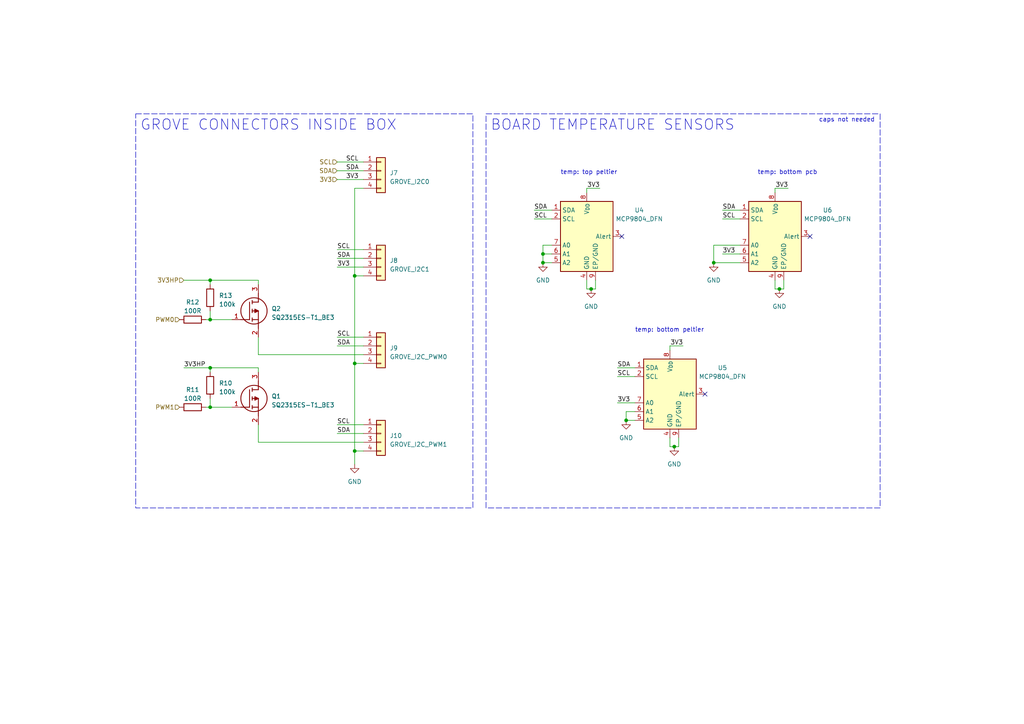
<source format=kicad_sch>
(kicad_sch (version 20230121) (generator eeschema)
  (paper "A4")
  (title_block (title "Payload 2023 CM4 Board") (date "2023-04-25") (rev "0.1WIP") (company "AGH Space Systems") (comment 1 "Filip Tomczyk") (comment 2 "SQ3TLE.DEV"))
  (lib_symbols
    (symbol "Connector_Generic:Conn_01x04" (pin_names (offset 1.016) hide)
      (property "Reference" "J" (at 0 5.08 0))
      (property "Value" "Conn_01x04" (at 0 -7.62 0))
      (symbol "Conn_01x04_1_1"
        (rectangle (start -1.27 -4.953) (end 0 -5.207) (stroke (width 0.1524)))
        (rectangle (start -1.27 -2.413) (end 0 -2.667) (stroke (width 0.1524)))
        (rectangle (start -1.27 0.127) (end 0 -0.127) (stroke (width 0.1524)))
        (rectangle (start -1.27 2.667) (end 0 2.413) (stroke (width 0.1524)))
        (rectangle (start -1.27 3.81) (end 1.27 -6.35) (stroke (width 0.254)) (fill (type background)))
        (pin passive line (at -5.08 2.54 0) (length 3.81) (name "Pin_1") (number "1"))
        (pin passive line (at -5.08 0 0) (length 3.81) (name "Pin_2") (number "2"))
        (pin passive line (at -5.08 -2.54 0) (length 3.81) (name "Pin_3") (number "3"))
        (pin passive line (at -5.08 -5.08 0) (length 3.81) (name "Pin_4") (number "4"))
      )
    )
    (symbol "Device:R" (pin_numbers hide) (pin_names (offset 0))
      (property "Reference" "R" (at 2.032 0 90))
      (property "Value" "R" (at 0 0 90))
      (symbol "R_0_1"
        (rectangle (start -1.016 -2.54) (end 1.016 2.54) (stroke (width 0.254)))
      )
      (symbol "R_1_1"
        (pin passive line (at 0 3.81 270) (length 1.27) (name "~") (number "1"))
        (pin passive line (at 0 -3.81 90) (length 1.27) (name "~") (number "2"))
      )
    )
    (symbol "LibLoader:SQ2315ES-T1_BE3" (pin_names hide)
      (property "Reference" "Q" (at 11.43 3.81 0))
      (property "Value" "SQ2315ES-T1_BE3" (at 11.43 1.27 0))
      (symbol "SQ2315ES-T1_BE3_1_1"
        (polyline (pts (xy 2.54 0) (xy 5.08 0)) (stroke (width 0.254)))
        (polyline (pts (xy 5.08 5.08) (xy 5.08 0)) (stroke (width 0.254)))
        (polyline (pts (xy 5.842 -0.508) (xy 5.842 0.508)) (stroke (width 0.254)))
        (polyline (pts (xy 5.842 0) (xy 7.62 0)) (stroke (width 0.254)))
        (polyline (pts (xy 5.842 2.032) (xy 5.842 3.048)) (stroke (width 0.254)))
        (polyline (pts (xy 5.842 5.588) (xy 5.842 4.572)) (stroke (width 0.254)))
        (polyline (pts (xy 7.62 2.54) (xy 5.842 2.54)) (stroke (width 0.254)))
        (polyline (pts (xy 7.62 2.54) (xy 7.62 -2.54)) (stroke (width 0.254)))
        (polyline (pts (xy 7.62 5.08) (xy 5.842 5.08)) (stroke (width 0.254)))
        (polyline (pts (xy 7.62 5.08) (xy 7.62 7.62)) (stroke (width 0.254)))
        (polyline (pts (xy 7.62 2.54) (xy 6.604 3.048) (xy 6.604 2.032) (xy 7.62 2.54)) (stroke (width 0.254)) (fill (type outline)))
        (circle (center 6.35 2.54) (radius 3.81) (stroke (width 0.254)))
        (pin passive line (at 0 0 0) (length 2.54) (name "G") (number "1"))
        (pin passive line (at 7.62 -5.08 90) (length 2.54) (name "S") (number "2"))
        (pin passive line (at 7.62 10.16 270) (length 2.54) (name "D") (number "3"))
      )
    )
    (symbol "Sensor_Temperature:MCP9804_DFN"
      (property "Reference" "U" (at -6.35 11.43 0))
      (property "Value" "MCP9804_DFN" (at 10.16 11.43 0))
      (symbol "MCP9804_DFN_0_1"
        (rectangle (start -7.62 10.16) (end 7.62 -10.16) (stroke (width 0.254)) (fill (type background)))
      )
      (symbol "MCP9804_DFN_1_1"
        (pin bidirectional line (at -10.16 7.62 0) (length 2.54) (name "SDA") (number "1"))
        (pin input line (at -10.16 5.08 0) (length 2.54) (name "SCL") (number "2"))
        (pin output line (at 10.16 0 180) (length 2.54) (name "Alert") (number "3"))
        (pin power_in line (at 0 -12.7 90) (length 2.54) (name "GND") (number "4"))
        (pin input line (at -10.16 -7.62 0) (length 2.54) (name "A2") (number "5"))
        (pin input line (at -10.16 -5.08 0) (length 2.54) (name "A1") (number "6"))
        (pin input line (at -10.16 -2.54 0) (length 2.54) (name "A0") (number "7"))
        (pin power_in line (at 0 12.7 270) (length 2.54) (name "V_{DD}") (number "8"))
        (pin power_in line (at 2.54 -12.7 90) (length 2.54) (name "EP/GND") (number "9"))
      )
    )
    (symbol "power:GND" (power) (pin_names (offset 0))
      (property "Value" "GND" (at 0 -3.81 0))
      (symbol "GND_0_1"
        (polyline (pts (xy 0 0) (xy 0 -1.27) (xy 1.27 -1.27) (xy 0 -2.54) (xy -1.27 -1.27) (xy 0 -1.27)))
      )
      (symbol "GND_1_1"
        (pin power_in line (at 0 0 270) (length 0) hide (name "GND") (number "1"))
      )
    )
  )
  (junction (at 60.96 81.28))
  (junction (at 195.58 129.54))
  (junction (at 102.87 105.41))
  (junction (at 60.96 118.11))
  (junction (at 226.06 83.82))
  (junction (at 60.96 106.68))
  (junction (at 102.87 80.01))
  (junction (at 207.01 76.2))
  (junction (at 102.87 130.81))
  (junction (at 157.48 73.66))
  (junction (at 181.61 121.92))
  (junction (at 157.48 76.2))
  (junction (at 171.45 83.82))
  (junction (at 60.96 92.71))
  (no_connect (at 234.95 68.58))
  (no_connect (at 204.47 114.3))
  (no_connect (at 180.34 68.58))
  (wire (pts (xy 74.93 123.19) (xy 74.93 128.27)))
  (wire (pts (xy 179.07 116.84) (xy 184.15 116.84)))
  (wire (pts (xy 157.48 73.66) (xy 157.48 76.2)))
  (wire (pts (xy 105.41 54.61) (xy 102.87 54.61)))
  (wire (pts (xy 97.79 74.93) (xy 105.41 74.93)))
  (wire (pts (xy 170.18 55.88) (xy 170.18 54.61)))
  (wire (pts (xy 97.79 52.07) (xy 105.41 52.07)))
  (wire (pts (xy 154.94 60.96) (xy 160.02 60.96)))
  (wire (pts (xy 157.48 71.12) (xy 157.48 73.66)))
  (wire (pts (xy 194.31 127) (xy 194.31 129.54)))
  (wire (pts (xy 97.79 125.73) (xy 105.41 125.73)))
  (wire (pts (xy 157.48 76.2) (xy 160.02 76.2)))
  (wire (pts (xy 102.87 134.62) (xy 102.87 130.81)))
  (wire (pts (xy 53.34 81.28) (xy 60.96 81.28)))
  (wire (pts (xy 97.79 97.79) (xy 105.41 97.79)))
  (wire (pts (xy 60.96 81.28) (xy 74.93 81.28)))
  (wire (pts (xy 181.61 119.38) (xy 181.61 121.92)))
  (wire (pts (xy 181.61 121.92) (xy 184.15 121.92)))
  (wire (pts (xy 171.45 83.82) (xy 172.72 83.82)))
  (wire (pts (xy 181.61 119.38) (xy 184.15 119.38)))
  (wire (pts (xy 194.31 100.33) (xy 198.12 100.33)))
  (wire (pts (xy 97.79 72.39) (xy 105.41 72.39)))
  (wire (pts (xy 209.55 73.66) (xy 214.63 73.66)))
  (wire (pts (xy 224.79 81.28) (xy 224.79 83.82)))
  (wire (pts (xy 74.93 128.27) (xy 105.41 128.27)))
  (wire (pts (xy 196.85 129.54) (xy 196.85 127)))
  (wire (pts (xy 60.96 82.55) (xy 60.96 81.28)))
  (wire (pts (xy 157.48 73.66) (xy 160.02 73.66)))
  (wire (pts (xy 60.96 118.11) (xy 67.31 118.11)))
  (wire (pts (xy 59.69 118.11) (xy 60.96 118.11)))
  (wire (pts (xy 179.07 109.22) (xy 184.15 109.22)))
  (wire (pts (xy 97.79 123.19) (xy 105.41 123.19)))
  (wire (pts (xy 194.31 101.6) (xy 194.31 100.33)))
  (wire (pts (xy 60.96 90.17) (xy 60.96 92.71)))
  (wire (pts (xy 53.34 106.68) (xy 60.96 106.68)))
  (wire (pts (xy 97.79 49.53) (xy 105.41 49.53)))
  (wire (pts (xy 102.87 130.81) (xy 105.41 130.81)))
  (wire (pts (xy 179.07 106.68) (xy 184.15 106.68)))
  (wire (pts (xy 74.93 106.68) (xy 74.93 107.95)))
  (wire (pts (xy 59.69 92.71) (xy 60.96 92.71)))
  (wire (pts (xy 97.79 77.47) (xy 105.41 77.47)))
  (wire (pts (xy 74.93 102.87) (xy 105.41 102.87)))
  (wire (pts (xy 102.87 80.01) (xy 102.87 105.41)))
  (wire (pts (xy 209.55 63.5) (xy 214.63 63.5)))
  (wire (pts (xy 170.18 81.28) (xy 170.18 83.82)))
  (wire (pts (xy 224.79 55.88) (xy 224.79 54.61)))
  (wire (pts (xy 102.87 105.41) (xy 105.41 105.41)))
  (wire (pts (xy 102.87 105.41) (xy 102.87 130.81)))
  (wire (pts (xy 194.31 129.54) (xy 195.58 129.54)))
  (wire (pts (xy 224.79 54.61) (xy 228.6 54.61)))
  (wire (pts (xy 207.01 71.12) (xy 207.01 76.2)))
  (wire (pts (xy 154.94 63.5) (xy 160.02 63.5)))
  (wire (pts (xy 74.93 97.79) (xy 74.93 102.87)))
  (wire (pts (xy 97.79 100.33) (xy 105.41 100.33)))
  (wire (pts (xy 195.58 129.54) (xy 196.85 129.54)))
  (wire (pts (xy 60.96 107.95) (xy 60.96 106.68)))
  (wire (pts (xy 224.79 83.82) (xy 226.06 83.82)))
  (wire (pts (xy 102.87 80.01) (xy 105.41 80.01)))
  (wire (pts (xy 207.01 76.2) (xy 214.63 76.2)))
  (wire (pts (xy 170.18 54.61) (xy 173.99 54.61)))
  (wire (pts (xy 102.87 54.61) (xy 102.87 80.01)))
  (wire (pts (xy 170.18 83.82) (xy 171.45 83.82)))
  (wire (pts (xy 209.55 60.96) (xy 214.63 60.96)))
  (wire (pts (xy 160.02 71.12) (xy 157.48 71.12)))
  (wire (pts (xy 60.96 92.71) (xy 67.31 92.71)))
  (wire (pts (xy 226.06 83.82) (xy 227.33 83.82)))
  (wire (pts (xy 60.96 115.57) (xy 60.96 118.11)))
  (wire (pts (xy 172.72 83.82) (xy 172.72 81.28)))
  (wire (pts (xy 207.01 71.12) (xy 214.63 71.12)))
  (wire (pts (xy 97.79 46.99) (xy 105.41 46.99)))
  (wire (pts (xy 74.93 81.28) (xy 74.93 82.55)))
  (wire (pts (xy 60.96 106.68) (xy 74.93 106.68)))
  (wire (pts (xy 227.33 83.82) (xy 227.33 81.28)))
  (rectangle (start 39.37 33.02) (end 137.16 147.32) (stroke (width 0) (type dash)))
  (rectangle (start 140.97 33.02) (end 255.27 147.32) (stroke (width 0) (type dash)))
  (text "temp: bottom pcb\n" (at 219.71 50.8 0) (effects (font (size 1.27 1.27)) (justify left bottom)))
  (text "temp: bottom peltier" (at 184.15 96.52 0) (effects (font (size 1.27 1.27)) (justify left bottom)))
  (text "GROVE CONNECTORS INSIDE BOX" (at 40.64 38.1 0) (effects (font (size 3 3)) (justify left bottom)))
  (text "BOARD TEMPERATURE SENSORS" (at 142.24 38.1 0) (effects (font (size 3 3)) (justify left bottom)))
  (text "caps not needed " (at 237.49 35.56 0) (effects (font (size 1.27 1.27)) (justify left bottom)))
  (text "temp: top peltier" (at 162.56 50.8 0) (effects (font (size 1.27 1.27)) (justify left bottom)))
  (label "SDA" (at 97.79 74.93 0))
  (label "SCL" (at 97.79 97.79 0))
  (label "3V3" (at 97.79 77.47 0))
  (label "3V3" (at 179.07 116.84 0))
  (label "SCL" (at 209.55 63.5 0))
  (label "3V3" (at 173.99 54.61 180))
  (label "SCL" (at 97.79 123.19 0))
  (label "3V3" (at 209.55 73.66 0))
  (label "3V3" (at 100.33 52.07 0))
  (label "3V3" (at 198.12 100.33 180))
  (label "3V3HP" (at 53.34 106.68 0))
  (label "SDA" (at 154.94 60.96 0))
  (label "SDA" (at 97.79 125.73 0))
  (label "SCL" (at 154.94 63.5 0))
  (label "SCL" (at 97.79 72.39 0))
  (label "SDA" (at 209.55 60.96 0))
  (label "SDA" (at 179.07 106.68 0))
  (label "SCL" (at 179.07 109.22 0))
  (label "SDA" (at 100.33 49.53 0))
  (label "SDA" (at 97.79 100.33 0))
  (label "3V3" (at 228.6 54.61 180))
  (label "SCL" (at 100.33 46.99 0))
  (hierarchical_label "SCL" (shape input) (at 97.79 46.99 180))
  (hierarchical_label "3V3" (shape input) (at 97.79 52.07 180))
  (hierarchical_label "3V3HP" (shape input) (at 53.34 81.28 180))
  (hierarchical_label "SDA" (shape input) (at 97.79 49.53 180))
  (hierarchical_label "PWM1" (shape input) (at 52.07 118.11 180))
  (hierarchical_label "PWM0" (shape input) (at 52.07 92.71 180))
  (symbol (lib_id "Device:R") (at 60.96 86.36 180) (unit 1)
    (property "Reference" "R13" (at 63.5 85.725 0) (effects (justify right)))
    (property "Value" "100k" (at 63.5 88.265 0) (effects (justify right)))
    (property "Footprint" "Capacitor_SMD:C_0402_1005Metric" (effects hide))
  )
  (symbol (lib_id "Connector_Generic:Conn_01x04") (at 110.49 49.53 0) (unit 1)
    (property "Reference" "J7" (at 113.03 50.165 0) (effects (justify left)))
    (property "Value" "GROVE_I2C0" (at 113.03 52.705 0) (effects (justify left)))
    (property "Footprint" "OPL_Connector:HW4-SMD-2.0" (effects hide))
  )
  (symbol (lib_id "power:GND") (at 171.45 83.82 0) (unit 1)
    (property "Reference" "#PWR023" (effects hide))
    (property "Value" "GND" (at 171.45 88.9 0))
  )
  (symbol (lib_id "Connector_Generic:Conn_01x04") (at 110.49 100.33 0) (unit 1)
    (property "Reference" "J9" (at 113.03 100.965 0) (effects (justify left)))
    (property "Value" "GROVE_I2C_PWM0" (at 113.03 103.505 0) (effects (justify left)))
    (property "Footprint" "OPL_Connector:HW4-SMD-2.0" (effects hide))
  )
  (symbol (lib_id "power:GND") (at 207.01 76.2 0) (unit 1)
    (property "Reference" "#PWR026" (effects hide))
    (property "Value" "GND" (at 207.01 81.28 0))
  )
  (symbol (lib_id "Device:R") (at 60.96 111.76 180) (unit 1)
    (property "Reference" "R10" (at 63.5 111.125 0) (effects (justify right)))
    (property "Value" "100k" (at 63.5 113.665 0) (effects (justify right)))
    (property "Footprint" "Capacitor_SMD:C_0402_1005Metric" (effects hide))
  )
  (symbol (lib_id "power:GND") (at 157.48 76.2 0) (unit 1)
    (property "Reference" "#PWR022" (effects hide))
    (property "Value" "GND" (at 157.48 81.28 0))
  )
  (symbol (lib_id "power:GND") (at 102.87 134.62 0) (unit 1)
    (property "Reference" "#PWR028" (effects hide))
    (property "Value" "GND" (at 102.87 139.7 0))
  )
  (symbol (lib_id "LibLoader:SQ2315ES-T1_BE3") (at 67.31 92.71 0) (unit 1)
    (property "Reference" "Q2" (at 78.74 89.535 0) (effects (justify left)))
    (property "Value" "SQ2315ES-T1_BE3" (at 78.74 92.075 0) (effects (justify left)))
    (property "Footprint" "SOT95P237X112-3N" (effects hide))
    (property "Height" "1.12" (effects hide))
    (property "Mouser Part Number" "78-SQ2315ES-T1_BE3" (effects hide))
    (property "Mouser Price/Stock" "https://www.mouser.co.uk/ProductDetail/Vishay-Siliconix/SQ2315ES-T1_BE3?qs=TiOZkKH1s2RTOcBqWhNNKA%3D%3D" (effects hide))
    (property "Manufacturer_Name" "Vishay" (effects hide))
    (property "Manufacturer_Part_Number" "SQ2315ES-T1_BE3" (effects hide))
  )
  (symbol (lib_id "power:GND") (at 181.61 121.92 0) (unit 1)
    (property "Reference" "#PWR024" (effects hide))
    (property "Value" "GND" (at 181.61 127 0))
  )
  (symbol (lib_id "power:GND") (at 226.06 83.82 0) (unit 1)
    (property "Reference" "#PWR027" (effects hide))
    (property "Value" "GND" (at 226.06 88.9 0))
  )
  (symbol (lib_id "Device:R") (at 55.88 118.11 270) (unit 1)
    (property "Reference" "R11" (at 55.88 113.03 90))
    (property "Value" "100R" (at 55.88 115.57 90))
    (property "Footprint" "Capacitor_SMD:C_0402_1005Metric" (effects hide))
  )
  (symbol (lib_id "Connector_Generic:Conn_01x04") (at 110.49 74.93 0) (unit 1)
    (property "Reference" "J8" (at 113.03 75.565 0) (effects (justify left)))
    (property "Value" "GROVE_I2C1" (at 113.03 78.105 0) (effects (justify left)))
    (property "Footprint" "OPL_Connector:HW4-SMD-2.0" (effects hide))
  )
  (symbol (lib_id "Sensor_Temperature:MCP9804_DFN") (at 170.18 68.58 0) (unit 1)
    (property "Reference" "U4" (at 185.42 60.96 0))
    (property "Value" "MCP9804_DFN" (at 185.42 63.5 0))
    (property "Footprint" "Package_DFN_QFN:DFN-8-1EP_3x2mm_P0.5mm_EP1.7x1.4mm" (effects hide))
    (property "Datasheet" "http://ww1.microchip.com/downloads/en/DeviceDoc/22203b.pdf" (effects hide))
  )
  (symbol (lib_id "power:GND") (at 195.58 129.54 0) (unit 1)
    (property "Reference" "#PWR025" (effects hide))
    (property "Value" "GND" (at 195.58 134.62 0))
  )
  (symbol (lib_id "Device:R") (at 55.88 92.71 270) (unit 1)
    (property "Reference" "R12" (at 55.88 87.63 90))
    (property "Value" "100R" (at 55.88 90.17 90))
    (property "Footprint" "Capacitor_SMD:C_0402_1005Metric" (effects hide))
  )
  (symbol (lib_id "Sensor_Temperature:MCP9804_DFN") (at 194.31 114.3 0) (unit 1)
    (property "Reference" "U5" (at 209.55 106.68 0))
    (property "Value" "MCP9804_DFN" (at 209.55 109.22 0))
    (property "Footprint" "Package_DFN_QFN:DFN-8-1EP_3x2mm_P0.5mm_EP1.7x1.4mm" (effects hide))
    (property "Datasheet" "http://ww1.microchip.com/downloads/en/DeviceDoc/22203b.pdf" (effects hide))
  )
  (symbol (lib_id "LibLoader:SQ2315ES-T1_BE3") (at 67.31 118.11 0) (unit 1)
    (property "Reference" "Q1" (at 78.74 114.935 0) (effects (justify left)))
    (property "Value" "SQ2315ES-T1_BE3" (at 78.74 117.475 0) (effects (justify left)))
    (property "Footprint" "SOT95P237X112-3N" (effects hide))
    (property "Height" "1.12" (effects hide))
    (property "Mouser Part Number" "78-SQ2315ES-T1_BE3" (effects hide))
    (property "Mouser Price/Stock" "https://www.mouser.co.uk/ProductDetail/Vishay-Siliconix/SQ2315ES-T1_BE3?qs=TiOZkKH1s2RTOcBqWhNNKA%3D%3D" (effects hide))
    (property "Manufacturer_Name" "Vishay" (effects hide))
    (property "Manufacturer_Part_Number" "SQ2315ES-T1_BE3" (effects hide))
  )
  (symbol (lib_id "Connector_Generic:Conn_01x04") (at 110.49 125.73 0) (unit 1)
    (property "Reference" "J10" (at 113.03 126.365 0) (effects (justify left)))
    (property "Value" "GROVE_I2C_PWM1" (at 113.03 128.905 0) (effects (justify left)))
    (property "Footprint" "OPL_Connector:HW4-SMD-2.0" (effects hide))
  )
  (symbol (lib_id "Sensor_Temperature:MCP9804_DFN") (at 224.79 68.58 0) (unit 1)
    (property "Reference" "U6" (at 240.03 60.96 0))
    (property "Value" "MCP9804_DFN" (at 240.03 63.5 0))
    (property "Footprint" "Package_DFN_QFN:DFN-8-1EP_3x2mm_P0.5mm_EP1.7x1.4mm" (effects hide))
    (property "Datasheet" "http://ww1.microchip.com/downloads/en/DeviceDoc/22203b.pdf" (effects hide))
  )
)
</source>
